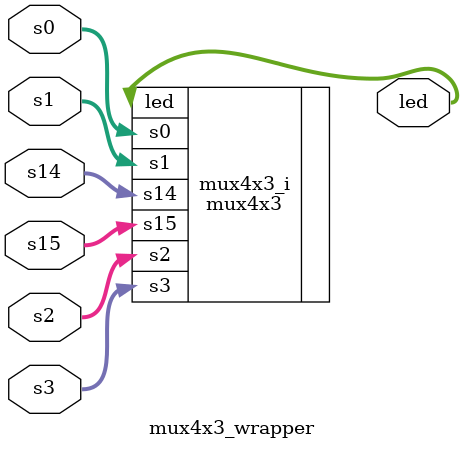
<source format=v>
`timescale 1 ps / 1 ps

module mux4x3_wrapper
   (led,
    s0,
    s1,
    s14,
    s15,
    s2,
    s3);
  output [2:0]led;
  input [2:0]s0;
  input [2:0]s1;
  input [2:0]s14;
  input [2:0]s15;
  input [2:0]s2;
  input [2:0]s3;

  wire [2:0]led;
  wire [2:0]s0;
  wire [2:0]s1;
  wire [2:0]s14;
  wire [2:0]s15;
  wire [2:0]s2;
  wire [2:0]s3;

  mux4x3 mux4x3_i
       (.led(led),
        .s0(s0),
        .s1(s1),
        .s14(s14),
        .s15(s15),
        .s2(s2),
        .s3(s3));
endmodule

</source>
